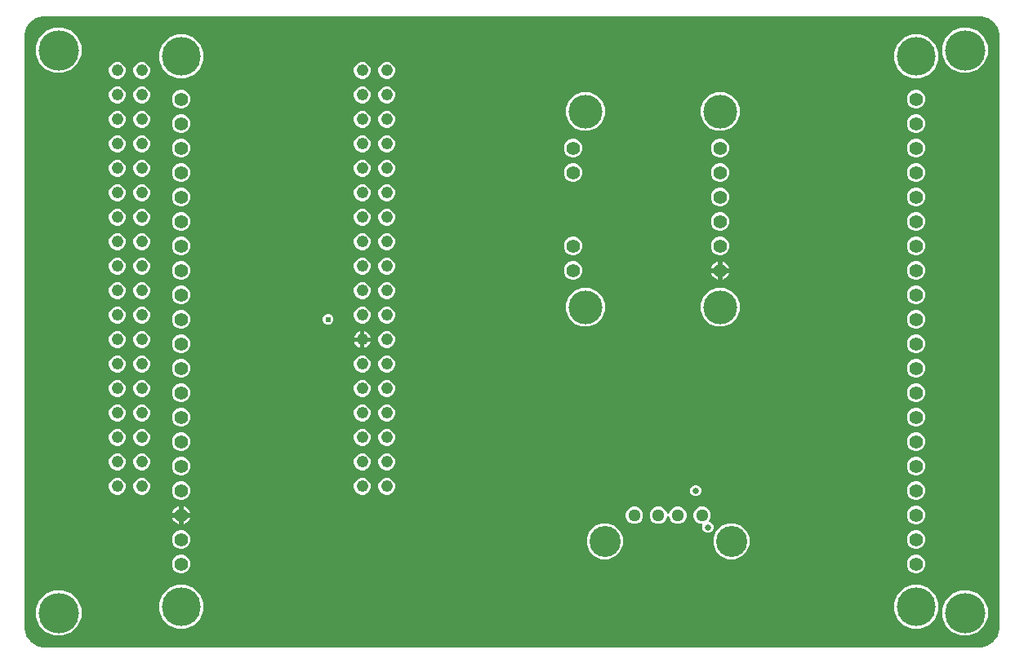
<source format=gbr>
G04 EAGLE Gerber RS-274X export*
G75*
%MOMM*%
%FSLAX34Y34*%
%LPD*%
%INCopper Layer 15*%
%IPPOS*%
%AMOC8*
5,1,8,0,0,1.08239X$1,22.5*%
G01*
%ADD10C,1.244600*%
%ADD11C,1.400000*%
%ADD12C,4.016000*%
%ADD13C,3.500000*%
%ADD14C,1.288000*%
%ADD15C,3.220000*%
%ADD16C,4.191000*%
%ADD17C,0.609600*%
%ADD18C,0.654800*%

G36*
X23906Y-10161D02*
X23906Y-10161D01*
X23970Y-10159D01*
X25234Y-10159D01*
X25255Y-10157D01*
X25344Y-10154D01*
X26318Y-10069D01*
X26318Y-10070D01*
X26430Y-10098D01*
X26540Y-10135D01*
X26584Y-10138D01*
X26626Y-10149D01*
X26787Y-10159D01*
X989213Y-10159D01*
X989257Y-10154D01*
X989300Y-10156D01*
X989414Y-10134D01*
X989529Y-10119D01*
X989569Y-10103D01*
X989613Y-10095D01*
X989669Y-10068D01*
X990656Y-10154D01*
X990677Y-10154D01*
X990766Y-10159D01*
X992015Y-10159D01*
X992032Y-10164D01*
X992131Y-10170D01*
X992151Y-10173D01*
X992164Y-10172D01*
X992193Y-10174D01*
X994355Y-10174D01*
X994440Y-10163D01*
X994525Y-10162D01*
X994660Y-10135D01*
X994670Y-10134D01*
X994674Y-10132D01*
X994683Y-10131D01*
X1001270Y-8366D01*
X1001401Y-8312D01*
X1001532Y-8263D01*
X1001554Y-8250D01*
X1001565Y-8245D01*
X1001581Y-8234D01*
X1001670Y-8179D01*
X1007256Y-4268D01*
X1007360Y-4173D01*
X1007467Y-4082D01*
X1007483Y-4062D01*
X1007492Y-4054D01*
X1007503Y-4038D01*
X1007568Y-3956D01*
X1011479Y1630D01*
X1011545Y1754D01*
X1011614Y1877D01*
X1011622Y1901D01*
X1011628Y1911D01*
X1011632Y1931D01*
X1011666Y2030D01*
X1013431Y8617D01*
X1013442Y8702D01*
X1013464Y8784D01*
X1013472Y8921D01*
X1013474Y8932D01*
X1013473Y8936D01*
X1013474Y8945D01*
X1013474Y11107D01*
X1013461Y11206D01*
X1013459Y11275D01*
X1013459Y12534D01*
X1013457Y12555D01*
X1013454Y12644D01*
X1013369Y13618D01*
X1013370Y13618D01*
X1013398Y13730D01*
X1013435Y13840D01*
X1013438Y13884D01*
X1013449Y13926D01*
X1013459Y14087D01*
X1013459Y620913D01*
X1013454Y620957D01*
X1013456Y621000D01*
X1013434Y621114D01*
X1013419Y621229D01*
X1013403Y621269D01*
X1013395Y621313D01*
X1013368Y621369D01*
X1013454Y622356D01*
X1013454Y622377D01*
X1013459Y622466D01*
X1013459Y623715D01*
X1013464Y623732D01*
X1013470Y623832D01*
X1013473Y623852D01*
X1013472Y623865D01*
X1013474Y623893D01*
X1013474Y626055D01*
X1013463Y626140D01*
X1013462Y626225D01*
X1013435Y626360D01*
X1013434Y626370D01*
X1013432Y626374D01*
X1013431Y626383D01*
X1011666Y632970D01*
X1011612Y633101D01*
X1011563Y633232D01*
X1011550Y633254D01*
X1011545Y633265D01*
X1011534Y633281D01*
X1011479Y633370D01*
X1007568Y638956D01*
X1007473Y639060D01*
X1007382Y639167D01*
X1007362Y639183D01*
X1007354Y639192D01*
X1007338Y639203D01*
X1007256Y639268D01*
X1001670Y643179D01*
X1001545Y643245D01*
X1001423Y643314D01*
X1001399Y643322D01*
X1001389Y643328D01*
X1001369Y643332D01*
X1001270Y643366D01*
X994683Y645131D01*
X994598Y645142D01*
X994515Y645164D01*
X994379Y645172D01*
X994368Y645174D01*
X994364Y645173D01*
X994355Y645174D01*
X992193Y645174D01*
X992094Y645161D01*
X992025Y645159D01*
X990766Y645159D01*
X990745Y645157D01*
X990656Y645154D01*
X989682Y645069D01*
X989682Y645070D01*
X989570Y645098D01*
X989460Y645135D01*
X989416Y645138D01*
X989374Y645149D01*
X989213Y645159D01*
X26787Y645159D01*
X26743Y645154D01*
X26700Y645156D01*
X26586Y645134D01*
X26471Y645119D01*
X26431Y645103D01*
X26387Y645095D01*
X26331Y645068D01*
X25344Y645154D01*
X25323Y645154D01*
X25234Y645159D01*
X23985Y645159D01*
X23968Y645164D01*
X23868Y645170D01*
X23848Y645173D01*
X23835Y645172D01*
X23807Y645174D01*
X21645Y645174D01*
X21560Y645163D01*
X21475Y645162D01*
X21340Y645135D01*
X21330Y645134D01*
X21326Y645132D01*
X21317Y645131D01*
X14730Y643366D01*
X14599Y643312D01*
X14468Y643263D01*
X14446Y643250D01*
X14435Y643245D01*
X14419Y643234D01*
X14330Y643179D01*
X8744Y639268D01*
X8640Y639173D01*
X8533Y639082D01*
X8517Y639062D01*
X8508Y639054D01*
X8497Y639038D01*
X8432Y638956D01*
X4521Y633370D01*
X4455Y633245D01*
X4386Y633123D01*
X4378Y633099D01*
X4372Y633089D01*
X4368Y633069D01*
X4334Y632970D01*
X2569Y626383D01*
X2558Y626298D01*
X2536Y626215D01*
X2528Y626079D01*
X2526Y626068D01*
X2527Y626064D01*
X2526Y626055D01*
X2526Y623893D01*
X2539Y623794D01*
X2541Y623725D01*
X2541Y622466D01*
X2543Y622445D01*
X2546Y622356D01*
X2631Y621382D01*
X2630Y621382D01*
X2602Y621270D01*
X2565Y621160D01*
X2562Y621116D01*
X2551Y621074D01*
X2541Y620913D01*
X2541Y14087D01*
X2546Y14043D01*
X2544Y14000D01*
X2566Y13886D01*
X2581Y13771D01*
X2597Y13731D01*
X2605Y13687D01*
X2632Y13631D01*
X2546Y12644D01*
X2546Y12623D01*
X2541Y12534D01*
X2541Y11285D01*
X2536Y11268D01*
X2530Y11168D01*
X2527Y11148D01*
X2528Y11135D01*
X2526Y11107D01*
X2526Y8945D01*
X2537Y8860D01*
X2538Y8775D01*
X2565Y8640D01*
X2566Y8630D01*
X2568Y8626D01*
X2569Y8617D01*
X4334Y2030D01*
X4388Y1899D01*
X4437Y1768D01*
X4450Y1746D01*
X4455Y1735D01*
X4466Y1719D01*
X4521Y1630D01*
X8432Y-3956D01*
X8527Y-4060D01*
X8618Y-4167D01*
X8638Y-4183D01*
X8646Y-4192D01*
X8662Y-4203D01*
X8744Y-4268D01*
X14330Y-8179D01*
X14455Y-8245D01*
X14577Y-8314D01*
X14601Y-8322D01*
X14611Y-8328D01*
X14631Y-8332D01*
X14730Y-8366D01*
X21317Y-10131D01*
X21402Y-10142D01*
X21485Y-10164D01*
X21621Y-10172D01*
X21632Y-10174D01*
X21636Y-10173D01*
X21645Y-10174D01*
X23807Y-10174D01*
X23906Y-10161D01*
G37*
%LPC*%
G36*
X973226Y586104D02*
X973226Y586104D01*
X964591Y589681D01*
X957981Y596291D01*
X954404Y604926D01*
X954404Y614274D01*
X957981Y622909D01*
X964591Y629519D01*
X973226Y633096D01*
X982574Y633096D01*
X991209Y629519D01*
X997819Y622909D01*
X1001396Y614274D01*
X1001396Y604926D01*
X997819Y596291D01*
X991209Y589681D01*
X982574Y586104D01*
X973226Y586104D01*
G37*
%LPD*%
%LPC*%
G36*
X33426Y586104D02*
X33426Y586104D01*
X24791Y589681D01*
X18181Y596291D01*
X14604Y604926D01*
X14604Y614274D01*
X18181Y622909D01*
X24791Y629519D01*
X33426Y633096D01*
X42774Y633096D01*
X51409Y629519D01*
X58019Y622909D01*
X61596Y614274D01*
X61596Y604926D01*
X58019Y596291D01*
X51409Y589681D01*
X42774Y586104D01*
X33426Y586104D01*
G37*
%LPD*%
%LPC*%
G36*
X973226Y1904D02*
X973226Y1904D01*
X964591Y5481D01*
X957981Y12091D01*
X954404Y20726D01*
X954404Y30074D01*
X957981Y38709D01*
X964591Y45319D01*
X973226Y48896D01*
X982574Y48896D01*
X991209Y45319D01*
X997819Y38709D01*
X1001396Y30074D01*
X1001396Y20726D01*
X997819Y12091D01*
X991209Y5481D01*
X982574Y1904D01*
X973226Y1904D01*
G37*
%LPD*%
%LPC*%
G36*
X33426Y1904D02*
X33426Y1904D01*
X24791Y5481D01*
X18181Y12091D01*
X14604Y20726D01*
X14604Y30074D01*
X18181Y38709D01*
X24791Y45319D01*
X33426Y48896D01*
X42774Y48896D01*
X51409Y45319D01*
X58019Y38709D01*
X61596Y30074D01*
X61596Y20726D01*
X58019Y12091D01*
X51409Y5481D01*
X42774Y1904D01*
X33426Y1904D01*
G37*
%LPD*%
%LPC*%
G36*
X922600Y580629D02*
X922600Y580629D01*
X914286Y584073D01*
X907923Y590436D01*
X904479Y598750D01*
X904479Y607750D01*
X907923Y616064D01*
X914286Y622427D01*
X922600Y625871D01*
X931600Y625871D01*
X939914Y622427D01*
X946277Y616064D01*
X949721Y607750D01*
X949721Y598750D01*
X946277Y590436D01*
X939914Y584073D01*
X931600Y580629D01*
X922600Y580629D01*
G37*
%LPD*%
%LPC*%
G36*
X160600Y580629D02*
X160600Y580629D01*
X152286Y584073D01*
X145923Y590436D01*
X142479Y598750D01*
X142479Y607750D01*
X145923Y616064D01*
X152286Y622427D01*
X160600Y625871D01*
X169600Y625871D01*
X177914Y622427D01*
X184277Y616064D01*
X187721Y607750D01*
X187721Y598750D01*
X184277Y590436D01*
X177914Y584073D01*
X169600Y580629D01*
X160600Y580629D01*
G37*
%LPD*%
%LPC*%
G36*
X160600Y9129D02*
X160600Y9129D01*
X152286Y12573D01*
X145923Y18936D01*
X142479Y27250D01*
X142479Y36250D01*
X145923Y44564D01*
X152286Y50927D01*
X160600Y54371D01*
X169600Y54371D01*
X177914Y50927D01*
X184277Y44564D01*
X187721Y36250D01*
X187721Y27250D01*
X184277Y18936D01*
X177914Y12573D01*
X169600Y9129D01*
X160600Y9129D01*
G37*
%LPD*%
%LPC*%
G36*
X922600Y9129D02*
X922600Y9129D01*
X914286Y12573D01*
X907923Y18936D01*
X904479Y27250D01*
X904479Y36250D01*
X907923Y44564D01*
X914286Y50927D01*
X922600Y54371D01*
X931600Y54371D01*
X939914Y50927D01*
X946277Y44564D01*
X949721Y36250D01*
X949721Y27250D01*
X946277Y18936D01*
X939914Y12573D01*
X931600Y9129D01*
X922600Y9129D01*
G37*
%LPD*%
%LPC*%
G36*
X719914Y322859D02*
X719914Y322859D01*
X712548Y325910D01*
X706910Y331548D01*
X703859Y338914D01*
X703859Y346886D01*
X706910Y354252D01*
X712548Y359890D01*
X719914Y362941D01*
X727886Y362941D01*
X735252Y359890D01*
X740890Y354252D01*
X743941Y346886D01*
X743941Y338914D01*
X740890Y331548D01*
X735252Y325910D01*
X727886Y322859D01*
X719914Y322859D01*
G37*
%LPD*%
%LPC*%
G36*
X580214Y322859D02*
X580214Y322859D01*
X572848Y325910D01*
X567210Y331548D01*
X564159Y338914D01*
X564159Y346886D01*
X567210Y354252D01*
X572848Y359890D01*
X580214Y362941D01*
X588186Y362941D01*
X595552Y359890D01*
X601190Y354252D01*
X604241Y346886D01*
X604241Y338914D01*
X601190Y331548D01*
X595552Y325910D01*
X588186Y322859D01*
X580214Y322859D01*
G37*
%LPD*%
%LPC*%
G36*
X719914Y526059D02*
X719914Y526059D01*
X712548Y529110D01*
X706910Y534748D01*
X703859Y542114D01*
X703859Y550086D01*
X706910Y557452D01*
X712548Y563090D01*
X719914Y566141D01*
X727886Y566141D01*
X735252Y563090D01*
X740890Y557452D01*
X743941Y550086D01*
X743941Y542114D01*
X740890Y534748D01*
X735252Y529110D01*
X727886Y526059D01*
X719914Y526059D01*
G37*
%LPD*%
%LPC*%
G36*
X580214Y526059D02*
X580214Y526059D01*
X572848Y529110D01*
X567210Y534748D01*
X564159Y542114D01*
X564159Y550086D01*
X567210Y557452D01*
X572848Y563090D01*
X580214Y566141D01*
X588186Y566141D01*
X595552Y563090D01*
X601190Y557452D01*
X604241Y550086D01*
X604241Y542114D01*
X601190Y534748D01*
X595552Y529110D01*
X588186Y526059D01*
X580214Y526059D01*
G37*
%LPD*%
%LPC*%
G36*
X600592Y81259D02*
X600592Y81259D01*
X593741Y84097D01*
X588497Y89341D01*
X585659Y96192D01*
X585659Y103608D01*
X588497Y110459D01*
X593741Y115703D01*
X600592Y118541D01*
X608008Y118541D01*
X614859Y115703D01*
X620103Y110459D01*
X622941Y103608D01*
X622941Y96192D01*
X620103Y89341D01*
X614859Y84097D01*
X608008Y81259D01*
X600592Y81259D01*
G37*
%LPD*%
%LPC*%
G36*
X731992Y81259D02*
X731992Y81259D01*
X725141Y84097D01*
X719897Y89341D01*
X717059Y96192D01*
X717059Y103608D01*
X719897Y110459D01*
X725141Y115703D01*
X731992Y118541D01*
X739408Y118541D01*
X746259Y115703D01*
X751503Y110459D01*
X754341Y103608D01*
X754341Y96192D01*
X751503Y89341D01*
X746259Y84097D01*
X739408Y81259D01*
X731992Y81259D01*
G37*
%LPD*%
%LPC*%
G36*
X658214Y118019D02*
X658214Y118019D01*
X654913Y119386D01*
X652386Y121913D01*
X651019Y125214D01*
X651019Y128786D01*
X652386Y132087D01*
X654913Y134614D01*
X658214Y135981D01*
X661786Y135981D01*
X665087Y134614D01*
X667614Y132087D01*
X668827Y129157D01*
X668896Y129036D01*
X668961Y128913D01*
X668975Y128898D01*
X668985Y128880D01*
X669082Y128780D01*
X669175Y128678D01*
X669192Y128667D01*
X669206Y128652D01*
X669324Y128579D01*
X669441Y128503D01*
X669460Y128496D01*
X669477Y128486D01*
X669610Y128445D01*
X669742Y128400D01*
X669762Y128398D01*
X669781Y128392D01*
X669920Y128386D01*
X670059Y128374D01*
X670079Y128378D01*
X670099Y128377D01*
X670235Y128405D01*
X670372Y128429D01*
X670390Y128437D01*
X670410Y128441D01*
X670536Y128503D01*
X670662Y128559D01*
X670678Y128572D01*
X670696Y128581D01*
X670802Y128672D01*
X670910Y128758D01*
X670923Y128774D01*
X670938Y128787D01*
X671018Y128902D01*
X671102Y129012D01*
X671114Y129037D01*
X671121Y129047D01*
X671128Y129067D01*
X671173Y129157D01*
X672386Y132087D01*
X674913Y134614D01*
X678214Y135981D01*
X681786Y135981D01*
X685087Y134614D01*
X687614Y132087D01*
X688981Y128786D01*
X688981Y125214D01*
X687614Y121913D01*
X685087Y119386D01*
X681786Y118019D01*
X678214Y118019D01*
X674913Y119386D01*
X672386Y121913D01*
X671173Y124843D01*
X671104Y124964D01*
X671039Y125087D01*
X671025Y125102D01*
X671015Y125120D01*
X670918Y125220D01*
X670825Y125322D01*
X670808Y125333D01*
X670794Y125348D01*
X670675Y125421D01*
X670559Y125497D01*
X670540Y125504D01*
X670523Y125514D01*
X670390Y125555D01*
X670258Y125600D01*
X670238Y125602D01*
X670219Y125608D01*
X670080Y125614D01*
X669941Y125626D01*
X669921Y125622D01*
X669901Y125623D01*
X669765Y125595D01*
X669628Y125571D01*
X669609Y125563D01*
X669590Y125559D01*
X669464Y125497D01*
X669338Y125441D01*
X669322Y125428D01*
X669304Y125419D01*
X669198Y125329D01*
X669090Y125242D01*
X669077Y125226D01*
X669062Y125213D01*
X668982Y125099D01*
X668898Y124988D01*
X668886Y124963D01*
X668879Y124953D01*
X668872Y124933D01*
X668827Y124843D01*
X667614Y121913D01*
X665087Y119386D01*
X661786Y118019D01*
X658214Y118019D01*
G37*
%LPD*%
%LPC*%
G36*
X710043Y108485D02*
X710043Y108485D01*
X707906Y109370D01*
X706270Y111006D01*
X705385Y113143D01*
X705385Y115457D01*
X705720Y116264D01*
X705733Y116312D01*
X705754Y116357D01*
X705775Y116465D01*
X705804Y116571D01*
X705805Y116621D01*
X705814Y116670D01*
X705807Y116779D01*
X705809Y116889D01*
X705797Y116937D01*
X705794Y116987D01*
X705760Y117091D01*
X705735Y117198D01*
X705711Y117242D01*
X705696Y117289D01*
X705637Y117382D01*
X705586Y117479D01*
X705553Y117516D01*
X705526Y117558D01*
X705446Y117633D01*
X705372Y117715D01*
X705331Y117742D01*
X705294Y117776D01*
X705198Y117829D01*
X705106Y117889D01*
X705059Y117906D01*
X705016Y117930D01*
X704910Y117957D01*
X704806Y117993D01*
X704756Y117997D01*
X704708Y118009D01*
X704547Y118019D01*
X703214Y118019D01*
X699913Y119386D01*
X697386Y121913D01*
X696019Y125214D01*
X696019Y128786D01*
X697386Y132087D01*
X699913Y134614D01*
X703214Y135981D01*
X706786Y135981D01*
X710087Y134614D01*
X712614Y132087D01*
X713981Y128786D01*
X713981Y125214D01*
X712614Y121913D01*
X712610Y121909D01*
X712580Y121870D01*
X712543Y121837D01*
X712482Y121745D01*
X712415Y121658D01*
X712395Y121612D01*
X712368Y121571D01*
X712332Y121467D01*
X712289Y121366D01*
X712281Y121317D01*
X712265Y121270D01*
X712256Y121161D01*
X712239Y121052D01*
X712244Y121003D01*
X712240Y120953D01*
X712258Y120845D01*
X712269Y120736D01*
X712285Y120689D01*
X712294Y120640D01*
X712339Y120539D01*
X712376Y120436D01*
X712404Y120395D01*
X712425Y120350D01*
X712493Y120264D01*
X712555Y120173D01*
X712592Y120140D01*
X712623Y120101D01*
X712711Y120035D01*
X712793Y119963D01*
X712837Y119940D01*
X712877Y119910D01*
X713022Y119839D01*
X714494Y119229D01*
X716130Y117594D01*
X717015Y115457D01*
X717015Y113143D01*
X716130Y111006D01*
X714494Y109370D01*
X712357Y108485D01*
X710043Y108485D01*
G37*
%LPD*%
%LPC*%
G36*
X163202Y92059D02*
X163202Y92059D01*
X159696Y93512D01*
X157012Y96196D01*
X155559Y99702D01*
X155559Y103498D01*
X157012Y107004D01*
X159696Y109688D01*
X163202Y111141D01*
X166998Y111141D01*
X170504Y109688D01*
X173188Y107004D01*
X174641Y103498D01*
X174641Y99702D01*
X173188Y96196D01*
X170504Y93512D01*
X166998Y92059D01*
X163202Y92059D01*
G37*
%LPD*%
%LPC*%
G36*
X925202Y66659D02*
X925202Y66659D01*
X921696Y68112D01*
X919012Y70796D01*
X917559Y74302D01*
X917559Y78098D01*
X919012Y81604D01*
X921696Y84288D01*
X925202Y85741D01*
X928998Y85741D01*
X932504Y84288D01*
X935188Y81604D01*
X936641Y78098D01*
X936641Y74302D01*
X935188Y70796D01*
X932504Y68112D01*
X928998Y66659D01*
X925202Y66659D01*
G37*
%LPD*%
%LPC*%
G36*
X925202Y396859D02*
X925202Y396859D01*
X921696Y398312D01*
X919012Y400996D01*
X917559Y404502D01*
X917559Y408298D01*
X919012Y411804D01*
X921696Y414488D01*
X925202Y415941D01*
X928998Y415941D01*
X932504Y414488D01*
X935188Y411804D01*
X936641Y408298D01*
X936641Y404502D01*
X935188Y400996D01*
X932504Y398312D01*
X928998Y396859D01*
X925202Y396859D01*
G37*
%LPD*%
%LPC*%
G36*
X722002Y396859D02*
X722002Y396859D01*
X718496Y398312D01*
X715812Y400996D01*
X714359Y404502D01*
X714359Y408298D01*
X715812Y411804D01*
X718496Y414488D01*
X722002Y415941D01*
X725798Y415941D01*
X729304Y414488D01*
X731988Y411804D01*
X733441Y408298D01*
X733441Y404502D01*
X731988Y400996D01*
X729304Y398312D01*
X725798Y396859D01*
X722002Y396859D01*
G37*
%LPD*%
%LPC*%
G36*
X569602Y396859D02*
X569602Y396859D01*
X566096Y398312D01*
X563412Y400996D01*
X561959Y404502D01*
X561959Y408298D01*
X563412Y411804D01*
X566096Y414488D01*
X569602Y415941D01*
X573398Y415941D01*
X576904Y414488D01*
X579588Y411804D01*
X581041Y408298D01*
X581041Y404502D01*
X579588Y400996D01*
X576904Y398312D01*
X573398Y396859D01*
X569602Y396859D01*
G37*
%LPD*%
%LPC*%
G36*
X163202Y396859D02*
X163202Y396859D01*
X159696Y398312D01*
X157012Y400996D01*
X155559Y404502D01*
X155559Y408298D01*
X157012Y411804D01*
X159696Y414488D01*
X163202Y415941D01*
X166998Y415941D01*
X170504Y414488D01*
X173188Y411804D01*
X174641Y408298D01*
X174641Y404502D01*
X173188Y400996D01*
X170504Y398312D01*
X166998Y396859D01*
X163202Y396859D01*
G37*
%LPD*%
%LPC*%
G36*
X163202Y66659D02*
X163202Y66659D01*
X159696Y68112D01*
X157012Y70796D01*
X155559Y74302D01*
X155559Y78098D01*
X157012Y81604D01*
X159696Y84288D01*
X163202Y85741D01*
X166998Y85741D01*
X170504Y84288D01*
X173188Y81604D01*
X174641Y78098D01*
X174641Y74302D01*
X173188Y70796D01*
X170504Y68112D01*
X166998Y66659D01*
X163202Y66659D01*
G37*
%LPD*%
%LPC*%
G36*
X925202Y371459D02*
X925202Y371459D01*
X921696Y372912D01*
X919012Y375596D01*
X917559Y379102D01*
X917559Y382898D01*
X919012Y386404D01*
X921696Y389088D01*
X925202Y390541D01*
X928998Y390541D01*
X932504Y389088D01*
X935188Y386404D01*
X936641Y382898D01*
X936641Y379102D01*
X935188Y375596D01*
X932504Y372912D01*
X928998Y371459D01*
X925202Y371459D01*
G37*
%LPD*%
%LPC*%
G36*
X925202Y549259D02*
X925202Y549259D01*
X921696Y550712D01*
X919012Y553396D01*
X917559Y556902D01*
X917559Y560698D01*
X919012Y564204D01*
X921696Y566888D01*
X925202Y568341D01*
X928998Y568341D01*
X932504Y566888D01*
X935188Y564204D01*
X936641Y560698D01*
X936641Y556902D01*
X935188Y553396D01*
X932504Y550712D01*
X928998Y549259D01*
X925202Y549259D01*
G37*
%LPD*%
%LPC*%
G36*
X163202Y549259D02*
X163202Y549259D01*
X159696Y550712D01*
X157012Y553396D01*
X155559Y556902D01*
X155559Y560698D01*
X157012Y564204D01*
X159696Y566888D01*
X163202Y568341D01*
X166998Y568341D01*
X170504Y566888D01*
X173188Y564204D01*
X174641Y560698D01*
X174641Y556902D01*
X173188Y553396D01*
X170504Y550712D01*
X166998Y549259D01*
X163202Y549259D01*
G37*
%LPD*%
%LPC*%
G36*
X569602Y371459D02*
X569602Y371459D01*
X566096Y372912D01*
X563412Y375596D01*
X561959Y379102D01*
X561959Y382898D01*
X563412Y386404D01*
X566096Y389088D01*
X569602Y390541D01*
X573398Y390541D01*
X576904Y389088D01*
X579588Y386404D01*
X581041Y382898D01*
X581041Y379102D01*
X579588Y375596D01*
X576904Y372912D01*
X573398Y371459D01*
X569602Y371459D01*
G37*
%LPD*%
%LPC*%
G36*
X722002Y473059D02*
X722002Y473059D01*
X718496Y474512D01*
X715812Y477196D01*
X714359Y480702D01*
X714359Y484498D01*
X715812Y488004D01*
X718496Y490688D01*
X722002Y492141D01*
X725798Y492141D01*
X729304Y490688D01*
X731988Y488004D01*
X733441Y484498D01*
X733441Y480702D01*
X731988Y477196D01*
X729304Y474512D01*
X725798Y473059D01*
X722002Y473059D01*
G37*
%LPD*%
%LPC*%
G36*
X163202Y371459D02*
X163202Y371459D01*
X159696Y372912D01*
X157012Y375596D01*
X155559Y379102D01*
X155559Y382898D01*
X157012Y386404D01*
X159696Y389088D01*
X163202Y390541D01*
X166998Y390541D01*
X170504Y389088D01*
X173188Y386404D01*
X174641Y382898D01*
X174641Y379102D01*
X173188Y375596D01*
X170504Y372912D01*
X166998Y371459D01*
X163202Y371459D01*
G37*
%LPD*%
%LPC*%
G36*
X163202Y295259D02*
X163202Y295259D01*
X159696Y296712D01*
X157012Y299396D01*
X155559Y302902D01*
X155559Y306698D01*
X157012Y310204D01*
X159696Y312888D01*
X163202Y314341D01*
X166998Y314341D01*
X170504Y312888D01*
X173188Y310204D01*
X174641Y306698D01*
X174641Y302902D01*
X173188Y299396D01*
X170504Y296712D01*
X166998Y295259D01*
X163202Y295259D01*
G37*
%LPD*%
%LPC*%
G36*
X925202Y523859D02*
X925202Y523859D01*
X921696Y525312D01*
X919012Y527996D01*
X917559Y531502D01*
X917559Y535298D01*
X919012Y538804D01*
X921696Y541488D01*
X925202Y542941D01*
X928998Y542941D01*
X932504Y541488D01*
X935188Y538804D01*
X936641Y535298D01*
X936641Y531502D01*
X935188Y527996D01*
X932504Y525312D01*
X928998Y523859D01*
X925202Y523859D01*
G37*
%LPD*%
%LPC*%
G36*
X163202Y523859D02*
X163202Y523859D01*
X159696Y525312D01*
X157012Y527996D01*
X155559Y531502D01*
X155559Y535298D01*
X157012Y538804D01*
X159696Y541488D01*
X163202Y542941D01*
X166998Y542941D01*
X170504Y541488D01*
X173188Y538804D01*
X174641Y535298D01*
X174641Y531502D01*
X173188Y527996D01*
X170504Y525312D01*
X166998Y523859D01*
X163202Y523859D01*
G37*
%LPD*%
%LPC*%
G36*
X925202Y346059D02*
X925202Y346059D01*
X921696Y347512D01*
X919012Y350196D01*
X917559Y353702D01*
X917559Y357498D01*
X919012Y361004D01*
X921696Y363688D01*
X925202Y365141D01*
X928998Y365141D01*
X932504Y363688D01*
X935188Y361004D01*
X936641Y357498D01*
X936641Y353702D01*
X935188Y350196D01*
X932504Y347512D01*
X928998Y346059D01*
X925202Y346059D01*
G37*
%LPD*%
%LPC*%
G36*
X163202Y346059D02*
X163202Y346059D01*
X159696Y347512D01*
X157012Y350196D01*
X155559Y353702D01*
X155559Y357498D01*
X157012Y361004D01*
X159696Y363688D01*
X163202Y365141D01*
X166998Y365141D01*
X170504Y363688D01*
X173188Y361004D01*
X174641Y357498D01*
X174641Y353702D01*
X173188Y350196D01*
X170504Y347512D01*
X166998Y346059D01*
X163202Y346059D01*
G37*
%LPD*%
%LPC*%
G36*
X925202Y320659D02*
X925202Y320659D01*
X921696Y322112D01*
X919012Y324796D01*
X917559Y328302D01*
X917559Y332098D01*
X919012Y335604D01*
X921696Y338288D01*
X925202Y339741D01*
X928998Y339741D01*
X932504Y338288D01*
X935188Y335604D01*
X936641Y332098D01*
X936641Y328302D01*
X935188Y324796D01*
X932504Y322112D01*
X928998Y320659D01*
X925202Y320659D01*
G37*
%LPD*%
%LPC*%
G36*
X163202Y320659D02*
X163202Y320659D01*
X159696Y322112D01*
X157012Y324796D01*
X155559Y328302D01*
X155559Y332098D01*
X157012Y335604D01*
X159696Y338288D01*
X163202Y339741D01*
X166998Y339741D01*
X170504Y338288D01*
X173188Y335604D01*
X174641Y332098D01*
X174641Y328302D01*
X173188Y324796D01*
X170504Y322112D01*
X166998Y320659D01*
X163202Y320659D01*
G37*
%LPD*%
%LPC*%
G36*
X925202Y498459D02*
X925202Y498459D01*
X921696Y499912D01*
X919012Y502596D01*
X917559Y506102D01*
X917559Y509898D01*
X919012Y513404D01*
X921696Y516088D01*
X925202Y517541D01*
X928998Y517541D01*
X932504Y516088D01*
X935188Y513404D01*
X936641Y509898D01*
X936641Y506102D01*
X935188Y502596D01*
X932504Y499912D01*
X928998Y498459D01*
X925202Y498459D01*
G37*
%LPD*%
%LPC*%
G36*
X722002Y498459D02*
X722002Y498459D01*
X718496Y499912D01*
X715812Y502596D01*
X714359Y506102D01*
X714359Y509898D01*
X715812Y513404D01*
X718496Y516088D01*
X722002Y517541D01*
X725798Y517541D01*
X729304Y516088D01*
X731988Y513404D01*
X733441Y509898D01*
X733441Y506102D01*
X731988Y502596D01*
X729304Y499912D01*
X725798Y498459D01*
X722002Y498459D01*
G37*
%LPD*%
%LPC*%
G36*
X569602Y498459D02*
X569602Y498459D01*
X566096Y499912D01*
X563412Y502596D01*
X561959Y506102D01*
X561959Y509898D01*
X563412Y513404D01*
X566096Y516088D01*
X569602Y517541D01*
X573398Y517541D01*
X576904Y516088D01*
X579588Y513404D01*
X581041Y509898D01*
X581041Y506102D01*
X579588Y502596D01*
X576904Y499912D01*
X573398Y498459D01*
X569602Y498459D01*
G37*
%LPD*%
%LPC*%
G36*
X163202Y498459D02*
X163202Y498459D01*
X159696Y499912D01*
X157012Y502596D01*
X155559Y506102D01*
X155559Y509898D01*
X157012Y513404D01*
X159696Y516088D01*
X163202Y517541D01*
X166998Y517541D01*
X170504Y516088D01*
X173188Y513404D01*
X174641Y509898D01*
X174641Y506102D01*
X173188Y502596D01*
X170504Y499912D01*
X166998Y498459D01*
X163202Y498459D01*
G37*
%LPD*%
%LPC*%
G36*
X925202Y295259D02*
X925202Y295259D01*
X921696Y296712D01*
X919012Y299396D01*
X917559Y302902D01*
X917559Y306698D01*
X919012Y310204D01*
X921696Y312888D01*
X925202Y314341D01*
X928998Y314341D01*
X932504Y312888D01*
X935188Y310204D01*
X936641Y306698D01*
X936641Y302902D01*
X935188Y299396D01*
X932504Y296712D01*
X928998Y295259D01*
X925202Y295259D01*
G37*
%LPD*%
%LPC*%
G36*
X925202Y269859D02*
X925202Y269859D01*
X921696Y271312D01*
X919012Y273996D01*
X917559Y277502D01*
X917559Y281298D01*
X919012Y284804D01*
X921696Y287488D01*
X925202Y288941D01*
X928998Y288941D01*
X932504Y287488D01*
X935188Y284804D01*
X936641Y281298D01*
X936641Y277502D01*
X935188Y273996D01*
X932504Y271312D01*
X928998Y269859D01*
X925202Y269859D01*
G37*
%LPD*%
%LPC*%
G36*
X163202Y269859D02*
X163202Y269859D01*
X159696Y271312D01*
X157012Y273996D01*
X155559Y277502D01*
X155559Y281298D01*
X157012Y284804D01*
X159696Y287488D01*
X163202Y288941D01*
X166998Y288941D01*
X170504Y287488D01*
X173188Y284804D01*
X174641Y281298D01*
X174641Y277502D01*
X173188Y273996D01*
X170504Y271312D01*
X166998Y269859D01*
X163202Y269859D01*
G37*
%LPD*%
%LPC*%
G36*
X925202Y244459D02*
X925202Y244459D01*
X921696Y245912D01*
X919012Y248596D01*
X917559Y252102D01*
X917559Y255898D01*
X919012Y259404D01*
X921696Y262088D01*
X925202Y263541D01*
X928998Y263541D01*
X932504Y262088D01*
X935188Y259404D01*
X936641Y255898D01*
X936641Y252102D01*
X935188Y248596D01*
X932504Y245912D01*
X928998Y244459D01*
X925202Y244459D01*
G37*
%LPD*%
%LPC*%
G36*
X925202Y473059D02*
X925202Y473059D01*
X921696Y474512D01*
X919012Y477196D01*
X917559Y480702D01*
X917559Y484498D01*
X919012Y488004D01*
X921696Y490688D01*
X925202Y492141D01*
X928998Y492141D01*
X932504Y490688D01*
X935188Y488004D01*
X936641Y484498D01*
X936641Y480702D01*
X935188Y477196D01*
X932504Y474512D01*
X928998Y473059D01*
X925202Y473059D01*
G37*
%LPD*%
%LPC*%
G36*
X163202Y244459D02*
X163202Y244459D01*
X159696Y245912D01*
X157012Y248596D01*
X155559Y252102D01*
X155559Y255898D01*
X157012Y259404D01*
X159696Y262088D01*
X163202Y263541D01*
X166998Y263541D01*
X170504Y262088D01*
X173188Y259404D01*
X174641Y255898D01*
X174641Y252102D01*
X173188Y248596D01*
X170504Y245912D01*
X166998Y244459D01*
X163202Y244459D01*
G37*
%LPD*%
%LPC*%
G36*
X569602Y473059D02*
X569602Y473059D01*
X566096Y474512D01*
X563412Y477196D01*
X561959Y480702D01*
X561959Y484498D01*
X563412Y488004D01*
X566096Y490688D01*
X569602Y492141D01*
X573398Y492141D01*
X576904Y490688D01*
X579588Y488004D01*
X581041Y484498D01*
X581041Y480702D01*
X579588Y477196D01*
X576904Y474512D01*
X573398Y473059D01*
X569602Y473059D01*
G37*
%LPD*%
%LPC*%
G36*
X163202Y473059D02*
X163202Y473059D01*
X159696Y474512D01*
X157012Y477196D01*
X155559Y480702D01*
X155559Y484498D01*
X157012Y488004D01*
X159696Y490688D01*
X163202Y492141D01*
X166998Y492141D01*
X170504Y490688D01*
X173188Y488004D01*
X174641Y484498D01*
X174641Y480702D01*
X173188Y477196D01*
X170504Y474512D01*
X166998Y473059D01*
X163202Y473059D01*
G37*
%LPD*%
%LPC*%
G36*
X925202Y219059D02*
X925202Y219059D01*
X921696Y220512D01*
X919012Y223196D01*
X917559Y226702D01*
X917559Y230498D01*
X919012Y234004D01*
X921696Y236688D01*
X925202Y238141D01*
X928998Y238141D01*
X932504Y236688D01*
X935188Y234004D01*
X936641Y230498D01*
X936641Y226702D01*
X935188Y223196D01*
X932504Y220512D01*
X928998Y219059D01*
X925202Y219059D01*
G37*
%LPD*%
%LPC*%
G36*
X163202Y219059D02*
X163202Y219059D01*
X159696Y220512D01*
X157012Y223196D01*
X155559Y226702D01*
X155559Y230498D01*
X157012Y234004D01*
X159696Y236688D01*
X163202Y238141D01*
X166998Y238141D01*
X170504Y236688D01*
X173188Y234004D01*
X174641Y230498D01*
X174641Y226702D01*
X173188Y223196D01*
X170504Y220512D01*
X166998Y219059D01*
X163202Y219059D01*
G37*
%LPD*%
%LPC*%
G36*
X925202Y193659D02*
X925202Y193659D01*
X921696Y195112D01*
X919012Y197796D01*
X917559Y201302D01*
X917559Y205098D01*
X919012Y208604D01*
X921696Y211288D01*
X925202Y212741D01*
X928998Y212741D01*
X932504Y211288D01*
X935188Y208604D01*
X936641Y205098D01*
X936641Y201302D01*
X935188Y197796D01*
X932504Y195112D01*
X928998Y193659D01*
X925202Y193659D01*
G37*
%LPD*%
%LPC*%
G36*
X163202Y193659D02*
X163202Y193659D01*
X159696Y195112D01*
X157012Y197796D01*
X155559Y201302D01*
X155559Y205098D01*
X157012Y208604D01*
X159696Y211288D01*
X163202Y212741D01*
X166998Y212741D01*
X170504Y211288D01*
X173188Y208604D01*
X174641Y205098D01*
X174641Y201302D01*
X173188Y197796D01*
X170504Y195112D01*
X166998Y193659D01*
X163202Y193659D01*
G37*
%LPD*%
%LPC*%
G36*
X925202Y447659D02*
X925202Y447659D01*
X921696Y449112D01*
X919012Y451796D01*
X917559Y455302D01*
X917559Y459098D01*
X919012Y462604D01*
X921696Y465288D01*
X925202Y466741D01*
X928998Y466741D01*
X932504Y465288D01*
X935188Y462604D01*
X936641Y459098D01*
X936641Y455302D01*
X935188Y451796D01*
X932504Y449112D01*
X928998Y447659D01*
X925202Y447659D01*
G37*
%LPD*%
%LPC*%
G36*
X722002Y447659D02*
X722002Y447659D01*
X718496Y449112D01*
X715812Y451796D01*
X714359Y455302D01*
X714359Y459098D01*
X715812Y462604D01*
X718496Y465288D01*
X722002Y466741D01*
X725798Y466741D01*
X729304Y465288D01*
X731988Y462604D01*
X733441Y459098D01*
X733441Y455302D01*
X731988Y451796D01*
X729304Y449112D01*
X725798Y447659D01*
X722002Y447659D01*
G37*
%LPD*%
%LPC*%
G36*
X163202Y447659D02*
X163202Y447659D01*
X159696Y449112D01*
X157012Y451796D01*
X155559Y455302D01*
X155559Y459098D01*
X157012Y462604D01*
X159696Y465288D01*
X163202Y466741D01*
X166998Y466741D01*
X170504Y465288D01*
X173188Y462604D01*
X174641Y459098D01*
X174641Y455302D01*
X173188Y451796D01*
X170504Y449112D01*
X166998Y447659D01*
X163202Y447659D01*
G37*
%LPD*%
%LPC*%
G36*
X925202Y168259D02*
X925202Y168259D01*
X921696Y169712D01*
X919012Y172396D01*
X917559Y175902D01*
X917559Y179698D01*
X919012Y183204D01*
X921696Y185888D01*
X925202Y187341D01*
X928998Y187341D01*
X932504Y185888D01*
X935188Y183204D01*
X936641Y179698D01*
X936641Y175902D01*
X935188Y172396D01*
X932504Y169712D01*
X928998Y168259D01*
X925202Y168259D01*
G37*
%LPD*%
%LPC*%
G36*
X163202Y168259D02*
X163202Y168259D01*
X159696Y169712D01*
X157012Y172396D01*
X155559Y175902D01*
X155559Y179698D01*
X157012Y183204D01*
X159696Y185888D01*
X163202Y187341D01*
X166998Y187341D01*
X170504Y185888D01*
X173188Y183204D01*
X174641Y179698D01*
X174641Y175902D01*
X173188Y172396D01*
X170504Y169712D01*
X166998Y168259D01*
X163202Y168259D01*
G37*
%LPD*%
%LPC*%
G36*
X925202Y142859D02*
X925202Y142859D01*
X921696Y144312D01*
X919012Y146996D01*
X917559Y150502D01*
X917559Y154298D01*
X919012Y157804D01*
X921696Y160488D01*
X925202Y161941D01*
X928998Y161941D01*
X932504Y160488D01*
X935188Y157804D01*
X936641Y154298D01*
X936641Y150502D01*
X935188Y146996D01*
X932504Y144312D01*
X928998Y142859D01*
X925202Y142859D01*
G37*
%LPD*%
%LPC*%
G36*
X163202Y142859D02*
X163202Y142859D01*
X159696Y144312D01*
X157012Y146996D01*
X155559Y150502D01*
X155559Y154298D01*
X157012Y157804D01*
X159696Y160488D01*
X163202Y161941D01*
X166998Y161941D01*
X170504Y160488D01*
X173188Y157804D01*
X174641Y154298D01*
X174641Y150502D01*
X173188Y146996D01*
X170504Y144312D01*
X166998Y142859D01*
X163202Y142859D01*
G37*
%LPD*%
%LPC*%
G36*
X925202Y422259D02*
X925202Y422259D01*
X921696Y423712D01*
X919012Y426396D01*
X917559Y429902D01*
X917559Y433698D01*
X919012Y437204D01*
X921696Y439888D01*
X925202Y441341D01*
X928998Y441341D01*
X932504Y439888D01*
X935188Y437204D01*
X936641Y433698D01*
X936641Y429902D01*
X935188Y426396D01*
X932504Y423712D01*
X928998Y422259D01*
X925202Y422259D01*
G37*
%LPD*%
%LPC*%
G36*
X722002Y422259D02*
X722002Y422259D01*
X718496Y423712D01*
X715812Y426396D01*
X714359Y429902D01*
X714359Y433698D01*
X715812Y437204D01*
X718496Y439888D01*
X722002Y441341D01*
X725798Y441341D01*
X729304Y439888D01*
X731988Y437204D01*
X733441Y433698D01*
X733441Y429902D01*
X731988Y426396D01*
X729304Y423712D01*
X725798Y422259D01*
X722002Y422259D01*
G37*
%LPD*%
%LPC*%
G36*
X163202Y422259D02*
X163202Y422259D01*
X159696Y423712D01*
X157012Y426396D01*
X155559Y429902D01*
X155559Y433698D01*
X157012Y437204D01*
X159696Y439888D01*
X163202Y441341D01*
X166998Y441341D01*
X170504Y439888D01*
X173188Y437204D01*
X174641Y433698D01*
X174641Y429902D01*
X173188Y426396D01*
X170504Y423712D01*
X166998Y422259D01*
X163202Y422259D01*
G37*
%LPD*%
%LPC*%
G36*
X925202Y117459D02*
X925202Y117459D01*
X921696Y118912D01*
X919012Y121596D01*
X917559Y125102D01*
X917559Y128898D01*
X919012Y132404D01*
X921696Y135088D01*
X925202Y136541D01*
X928998Y136541D01*
X932504Y135088D01*
X935188Y132404D01*
X936641Y128898D01*
X936641Y125102D01*
X935188Y121596D01*
X932504Y118912D01*
X928998Y117459D01*
X925202Y117459D01*
G37*
%LPD*%
%LPC*%
G36*
X925202Y92059D02*
X925202Y92059D01*
X921696Y93512D01*
X919012Y96196D01*
X917559Y99702D01*
X917559Y103498D01*
X919012Y107004D01*
X921696Y109688D01*
X925202Y111141D01*
X928998Y111141D01*
X932504Y109688D01*
X935188Y107004D01*
X936641Y103498D01*
X936641Y99702D01*
X935188Y96196D01*
X932504Y93512D01*
X928998Y92059D01*
X925202Y92059D01*
G37*
%LPD*%
%LPC*%
G36*
X633214Y118019D02*
X633214Y118019D01*
X629913Y119386D01*
X627386Y121913D01*
X626019Y125214D01*
X626019Y128786D01*
X627386Y132087D01*
X629913Y134614D01*
X633214Y135981D01*
X636786Y135981D01*
X640087Y134614D01*
X642614Y132087D01*
X643981Y128786D01*
X643981Y125214D01*
X642614Y121913D01*
X640087Y119386D01*
X636786Y118019D01*
X633214Y118019D01*
G37*
%LPD*%
%LPC*%
G36*
X97057Y579836D02*
X97057Y579836D01*
X93836Y581170D01*
X91370Y583636D01*
X90036Y586857D01*
X90036Y590343D01*
X91370Y593564D01*
X93836Y596030D01*
X97057Y597364D01*
X100543Y597364D01*
X103764Y596030D01*
X106230Y593564D01*
X107564Y590343D01*
X107564Y586857D01*
X106230Y583636D01*
X103764Y581170D01*
X100543Y579836D01*
X97057Y579836D01*
G37*
%LPD*%
%LPC*%
G36*
X376457Y579836D02*
X376457Y579836D01*
X373236Y581170D01*
X370770Y583636D01*
X369436Y586857D01*
X369436Y590343D01*
X370770Y593564D01*
X373236Y596030D01*
X376457Y597364D01*
X379943Y597364D01*
X383164Y596030D01*
X385630Y593564D01*
X386964Y590343D01*
X386964Y586857D01*
X385630Y583636D01*
X383164Y581170D01*
X379943Y579836D01*
X376457Y579836D01*
G37*
%LPD*%
%LPC*%
G36*
X351057Y579836D02*
X351057Y579836D01*
X347836Y581170D01*
X345370Y583636D01*
X344036Y586857D01*
X344036Y590343D01*
X345370Y593564D01*
X347836Y596030D01*
X351057Y597364D01*
X354543Y597364D01*
X357764Y596030D01*
X360230Y593564D01*
X361564Y590343D01*
X361564Y586857D01*
X360230Y583636D01*
X357764Y581170D01*
X354543Y579836D01*
X351057Y579836D01*
G37*
%LPD*%
%LPC*%
G36*
X376457Y554436D02*
X376457Y554436D01*
X373236Y555770D01*
X370770Y558236D01*
X369436Y561457D01*
X369436Y564943D01*
X370770Y568164D01*
X373236Y570630D01*
X376457Y571964D01*
X379943Y571964D01*
X383164Y570630D01*
X385630Y568164D01*
X386964Y564943D01*
X386964Y561457D01*
X385630Y558236D01*
X383164Y555770D01*
X379943Y554436D01*
X376457Y554436D01*
G37*
%LPD*%
%LPC*%
G36*
X351057Y554436D02*
X351057Y554436D01*
X347836Y555770D01*
X345370Y558236D01*
X344036Y561457D01*
X344036Y564943D01*
X345370Y568164D01*
X347836Y570630D01*
X351057Y571964D01*
X354543Y571964D01*
X357764Y570630D01*
X360230Y568164D01*
X361564Y564943D01*
X361564Y561457D01*
X360230Y558236D01*
X357764Y555770D01*
X354543Y554436D01*
X351057Y554436D01*
G37*
%LPD*%
%LPC*%
G36*
X122457Y554436D02*
X122457Y554436D01*
X119236Y555770D01*
X116770Y558236D01*
X115436Y561457D01*
X115436Y564943D01*
X116770Y568164D01*
X119236Y570630D01*
X122457Y571964D01*
X125943Y571964D01*
X129164Y570630D01*
X131630Y568164D01*
X132964Y564943D01*
X132964Y561457D01*
X131630Y558236D01*
X129164Y555770D01*
X125943Y554436D01*
X122457Y554436D01*
G37*
%LPD*%
%LPC*%
G36*
X97057Y554436D02*
X97057Y554436D01*
X93836Y555770D01*
X91370Y558236D01*
X90036Y561457D01*
X90036Y564943D01*
X91370Y568164D01*
X93836Y570630D01*
X97057Y571964D01*
X100543Y571964D01*
X103764Y570630D01*
X106230Y568164D01*
X107564Y564943D01*
X107564Y561457D01*
X106230Y558236D01*
X103764Y555770D01*
X100543Y554436D01*
X97057Y554436D01*
G37*
%LPD*%
%LPC*%
G36*
X376457Y529036D02*
X376457Y529036D01*
X373236Y530370D01*
X370770Y532836D01*
X369436Y536057D01*
X369436Y539543D01*
X370770Y542764D01*
X373236Y545230D01*
X376457Y546564D01*
X379943Y546564D01*
X383164Y545230D01*
X385630Y542764D01*
X386964Y539543D01*
X386964Y536057D01*
X385630Y532836D01*
X383164Y530370D01*
X379943Y529036D01*
X376457Y529036D01*
G37*
%LPD*%
%LPC*%
G36*
X122457Y529036D02*
X122457Y529036D01*
X119236Y530370D01*
X116770Y532836D01*
X115436Y536057D01*
X115436Y539543D01*
X116770Y542764D01*
X119236Y545230D01*
X122457Y546564D01*
X125943Y546564D01*
X129164Y545230D01*
X131630Y542764D01*
X132964Y539543D01*
X132964Y536057D01*
X131630Y532836D01*
X129164Y530370D01*
X125943Y529036D01*
X122457Y529036D01*
G37*
%LPD*%
%LPC*%
G36*
X97057Y529036D02*
X97057Y529036D01*
X93836Y530370D01*
X91370Y532836D01*
X90036Y536057D01*
X90036Y539543D01*
X91370Y542764D01*
X93836Y545230D01*
X97057Y546564D01*
X100543Y546564D01*
X103764Y545230D01*
X106230Y542764D01*
X107564Y539543D01*
X107564Y536057D01*
X106230Y532836D01*
X103764Y530370D01*
X100543Y529036D01*
X97057Y529036D01*
G37*
%LPD*%
%LPC*%
G36*
X376457Y503636D02*
X376457Y503636D01*
X373236Y504970D01*
X370770Y507436D01*
X369436Y510657D01*
X369436Y514143D01*
X370770Y517364D01*
X373236Y519830D01*
X376457Y521164D01*
X379943Y521164D01*
X383164Y519830D01*
X385630Y517364D01*
X386964Y514143D01*
X386964Y510657D01*
X385630Y507436D01*
X383164Y504970D01*
X379943Y503636D01*
X376457Y503636D01*
G37*
%LPD*%
%LPC*%
G36*
X351057Y503636D02*
X351057Y503636D01*
X347836Y504970D01*
X345370Y507436D01*
X344036Y510657D01*
X344036Y514143D01*
X345370Y517364D01*
X347836Y519830D01*
X351057Y521164D01*
X354543Y521164D01*
X357764Y519830D01*
X360230Y517364D01*
X361564Y514143D01*
X361564Y510657D01*
X360230Y507436D01*
X357764Y504970D01*
X354543Y503636D01*
X351057Y503636D01*
G37*
%LPD*%
%LPC*%
G36*
X122457Y503636D02*
X122457Y503636D01*
X119236Y504970D01*
X116770Y507436D01*
X115436Y510657D01*
X115436Y514143D01*
X116770Y517364D01*
X119236Y519830D01*
X122457Y521164D01*
X125943Y521164D01*
X129164Y519830D01*
X131630Y517364D01*
X132964Y514143D01*
X132964Y510657D01*
X131630Y507436D01*
X129164Y504970D01*
X125943Y503636D01*
X122457Y503636D01*
G37*
%LPD*%
%LPC*%
G36*
X97057Y503636D02*
X97057Y503636D01*
X93836Y504970D01*
X91370Y507436D01*
X90036Y510657D01*
X90036Y514143D01*
X91370Y517364D01*
X93836Y519830D01*
X97057Y521164D01*
X100543Y521164D01*
X103764Y519830D01*
X106230Y517364D01*
X107564Y514143D01*
X107564Y510657D01*
X106230Y507436D01*
X103764Y504970D01*
X100543Y503636D01*
X97057Y503636D01*
G37*
%LPD*%
%LPC*%
G36*
X376457Y478236D02*
X376457Y478236D01*
X373236Y479570D01*
X370770Y482036D01*
X369436Y485257D01*
X369436Y488743D01*
X370770Y491964D01*
X373236Y494430D01*
X376457Y495764D01*
X379943Y495764D01*
X383164Y494430D01*
X385630Y491964D01*
X386964Y488743D01*
X386964Y485257D01*
X385630Y482036D01*
X383164Y479570D01*
X379943Y478236D01*
X376457Y478236D01*
G37*
%LPD*%
%LPC*%
G36*
X351057Y478236D02*
X351057Y478236D01*
X347836Y479570D01*
X345370Y482036D01*
X344036Y485257D01*
X344036Y488743D01*
X345370Y491964D01*
X347836Y494430D01*
X351057Y495764D01*
X354543Y495764D01*
X357764Y494430D01*
X360230Y491964D01*
X361564Y488743D01*
X361564Y485257D01*
X360230Y482036D01*
X357764Y479570D01*
X354543Y478236D01*
X351057Y478236D01*
G37*
%LPD*%
%LPC*%
G36*
X122457Y478236D02*
X122457Y478236D01*
X119236Y479570D01*
X116770Y482036D01*
X115436Y485257D01*
X115436Y488743D01*
X116770Y491964D01*
X119236Y494430D01*
X122457Y495764D01*
X125943Y495764D01*
X129164Y494430D01*
X131630Y491964D01*
X132964Y488743D01*
X132964Y485257D01*
X131630Y482036D01*
X129164Y479570D01*
X125943Y478236D01*
X122457Y478236D01*
G37*
%LPD*%
%LPC*%
G36*
X97057Y478236D02*
X97057Y478236D01*
X93836Y479570D01*
X91370Y482036D01*
X90036Y485257D01*
X90036Y488743D01*
X91370Y491964D01*
X93836Y494430D01*
X97057Y495764D01*
X100543Y495764D01*
X103764Y494430D01*
X106230Y491964D01*
X107564Y488743D01*
X107564Y485257D01*
X106230Y482036D01*
X103764Y479570D01*
X100543Y478236D01*
X97057Y478236D01*
G37*
%LPD*%
%LPC*%
G36*
X351057Y529036D02*
X351057Y529036D01*
X347836Y530370D01*
X345370Y532836D01*
X344036Y536057D01*
X344036Y539543D01*
X345370Y542764D01*
X347836Y545230D01*
X351057Y546564D01*
X354543Y546564D01*
X357764Y545230D01*
X360230Y542764D01*
X361564Y539543D01*
X361564Y536057D01*
X360230Y532836D01*
X357764Y530370D01*
X354543Y529036D01*
X351057Y529036D01*
G37*
%LPD*%
%LPC*%
G36*
X376457Y452836D02*
X376457Y452836D01*
X373236Y454170D01*
X370770Y456636D01*
X369436Y459857D01*
X369436Y463343D01*
X370770Y466564D01*
X373236Y469030D01*
X376457Y470364D01*
X379943Y470364D01*
X383164Y469030D01*
X385630Y466564D01*
X386964Y463343D01*
X386964Y459857D01*
X385630Y456636D01*
X383164Y454170D01*
X379943Y452836D01*
X376457Y452836D01*
G37*
%LPD*%
%LPC*%
G36*
X351057Y452836D02*
X351057Y452836D01*
X347836Y454170D01*
X345370Y456636D01*
X344036Y459857D01*
X344036Y463343D01*
X345370Y466564D01*
X347836Y469030D01*
X351057Y470364D01*
X354543Y470364D01*
X357764Y469030D01*
X360230Y466564D01*
X361564Y463343D01*
X361564Y459857D01*
X360230Y456636D01*
X357764Y454170D01*
X354543Y452836D01*
X351057Y452836D01*
G37*
%LPD*%
%LPC*%
G36*
X122457Y452836D02*
X122457Y452836D01*
X119236Y454170D01*
X116770Y456636D01*
X115436Y459857D01*
X115436Y463343D01*
X116770Y466564D01*
X119236Y469030D01*
X122457Y470364D01*
X125943Y470364D01*
X129164Y469030D01*
X131630Y466564D01*
X132964Y463343D01*
X132964Y459857D01*
X131630Y456636D01*
X129164Y454170D01*
X125943Y452836D01*
X122457Y452836D01*
G37*
%LPD*%
%LPC*%
G36*
X97057Y452836D02*
X97057Y452836D01*
X93836Y454170D01*
X91370Y456636D01*
X90036Y459857D01*
X90036Y463343D01*
X91370Y466564D01*
X93836Y469030D01*
X97057Y470364D01*
X100543Y470364D01*
X103764Y469030D01*
X106230Y466564D01*
X107564Y463343D01*
X107564Y459857D01*
X106230Y456636D01*
X103764Y454170D01*
X100543Y452836D01*
X97057Y452836D01*
G37*
%LPD*%
%LPC*%
G36*
X376457Y427436D02*
X376457Y427436D01*
X373236Y428770D01*
X370770Y431236D01*
X369436Y434457D01*
X369436Y437943D01*
X370770Y441164D01*
X373236Y443630D01*
X376457Y444964D01*
X379943Y444964D01*
X383164Y443630D01*
X385630Y441164D01*
X386964Y437943D01*
X386964Y434457D01*
X385630Y431236D01*
X383164Y428770D01*
X379943Y427436D01*
X376457Y427436D01*
G37*
%LPD*%
%LPC*%
G36*
X351057Y427436D02*
X351057Y427436D01*
X347836Y428770D01*
X345370Y431236D01*
X344036Y434457D01*
X344036Y437943D01*
X345370Y441164D01*
X347836Y443630D01*
X351057Y444964D01*
X354543Y444964D01*
X357764Y443630D01*
X360230Y441164D01*
X361564Y437943D01*
X361564Y434457D01*
X360230Y431236D01*
X357764Y428770D01*
X354543Y427436D01*
X351057Y427436D01*
G37*
%LPD*%
%LPC*%
G36*
X122457Y427436D02*
X122457Y427436D01*
X119236Y428770D01*
X116770Y431236D01*
X115436Y434457D01*
X115436Y437943D01*
X116770Y441164D01*
X119236Y443630D01*
X122457Y444964D01*
X125943Y444964D01*
X129164Y443630D01*
X131630Y441164D01*
X132964Y437943D01*
X132964Y434457D01*
X131630Y431236D01*
X129164Y428770D01*
X125943Y427436D01*
X122457Y427436D01*
G37*
%LPD*%
%LPC*%
G36*
X97057Y427436D02*
X97057Y427436D01*
X93836Y428770D01*
X91370Y431236D01*
X90036Y434457D01*
X90036Y437943D01*
X91370Y441164D01*
X93836Y443630D01*
X97057Y444964D01*
X100543Y444964D01*
X103764Y443630D01*
X106230Y441164D01*
X107564Y437943D01*
X107564Y434457D01*
X106230Y431236D01*
X103764Y428770D01*
X100543Y427436D01*
X97057Y427436D01*
G37*
%LPD*%
%LPC*%
G36*
X376457Y402036D02*
X376457Y402036D01*
X373236Y403370D01*
X370770Y405836D01*
X369436Y409057D01*
X369436Y412543D01*
X370770Y415764D01*
X373236Y418230D01*
X376457Y419564D01*
X379943Y419564D01*
X383164Y418230D01*
X385630Y415764D01*
X386964Y412543D01*
X386964Y409057D01*
X385630Y405836D01*
X383164Y403370D01*
X379943Y402036D01*
X376457Y402036D01*
G37*
%LPD*%
%LPC*%
G36*
X351057Y402036D02*
X351057Y402036D01*
X347836Y403370D01*
X345370Y405836D01*
X344036Y409057D01*
X344036Y412543D01*
X345370Y415764D01*
X347836Y418230D01*
X351057Y419564D01*
X354543Y419564D01*
X357764Y418230D01*
X360230Y415764D01*
X361564Y412543D01*
X361564Y409057D01*
X360230Y405836D01*
X357764Y403370D01*
X354543Y402036D01*
X351057Y402036D01*
G37*
%LPD*%
%LPC*%
G36*
X122457Y402036D02*
X122457Y402036D01*
X119236Y403370D01*
X116770Y405836D01*
X115436Y409057D01*
X115436Y412543D01*
X116770Y415764D01*
X119236Y418230D01*
X122457Y419564D01*
X125943Y419564D01*
X129164Y418230D01*
X131630Y415764D01*
X132964Y412543D01*
X132964Y409057D01*
X131630Y405836D01*
X129164Y403370D01*
X125943Y402036D01*
X122457Y402036D01*
G37*
%LPD*%
%LPC*%
G36*
X97057Y402036D02*
X97057Y402036D01*
X93836Y403370D01*
X91370Y405836D01*
X90036Y409057D01*
X90036Y412543D01*
X91370Y415764D01*
X93836Y418230D01*
X97057Y419564D01*
X100543Y419564D01*
X103764Y418230D01*
X106230Y415764D01*
X107564Y412543D01*
X107564Y409057D01*
X106230Y405836D01*
X103764Y403370D01*
X100543Y402036D01*
X97057Y402036D01*
G37*
%LPD*%
%LPC*%
G36*
X122457Y376636D02*
X122457Y376636D01*
X119236Y377970D01*
X116770Y380436D01*
X115436Y383657D01*
X115436Y387143D01*
X116770Y390364D01*
X119236Y392830D01*
X122457Y394164D01*
X125943Y394164D01*
X129164Y392830D01*
X131630Y390364D01*
X132964Y387143D01*
X132964Y383657D01*
X131630Y380436D01*
X129164Y377970D01*
X125943Y376636D01*
X122457Y376636D01*
G37*
%LPD*%
%LPC*%
G36*
X122457Y275036D02*
X122457Y275036D01*
X119236Y276370D01*
X116770Y278836D01*
X115436Y282057D01*
X115436Y285543D01*
X116770Y288764D01*
X119236Y291230D01*
X122457Y292564D01*
X125943Y292564D01*
X129164Y291230D01*
X131630Y288764D01*
X132964Y285543D01*
X132964Y282057D01*
X131630Y278836D01*
X129164Y276370D01*
X125943Y275036D01*
X122457Y275036D01*
G37*
%LPD*%
%LPC*%
G36*
X97057Y275036D02*
X97057Y275036D01*
X93836Y276370D01*
X91370Y278836D01*
X90036Y282057D01*
X90036Y285543D01*
X91370Y288764D01*
X93836Y291230D01*
X97057Y292564D01*
X100543Y292564D01*
X103764Y291230D01*
X106230Y288764D01*
X107564Y285543D01*
X107564Y282057D01*
X106230Y278836D01*
X103764Y276370D01*
X100543Y275036D01*
X97057Y275036D01*
G37*
%LPD*%
%LPC*%
G36*
X351057Y325836D02*
X351057Y325836D01*
X347836Y327170D01*
X345370Y329636D01*
X344036Y332857D01*
X344036Y336343D01*
X345370Y339564D01*
X347836Y342030D01*
X351057Y343364D01*
X354543Y343364D01*
X357764Y342030D01*
X360230Y339564D01*
X361564Y336343D01*
X361564Y332857D01*
X360230Y329636D01*
X357764Y327170D01*
X354543Y325836D01*
X351057Y325836D01*
G37*
%LPD*%
%LPC*%
G36*
X122457Y325836D02*
X122457Y325836D01*
X119236Y327170D01*
X116770Y329636D01*
X115436Y332857D01*
X115436Y336343D01*
X116770Y339564D01*
X119236Y342030D01*
X122457Y343364D01*
X125943Y343364D01*
X129164Y342030D01*
X131630Y339564D01*
X132964Y336343D01*
X132964Y332857D01*
X131630Y329636D01*
X129164Y327170D01*
X125943Y325836D01*
X122457Y325836D01*
G37*
%LPD*%
%LPC*%
G36*
X376457Y249636D02*
X376457Y249636D01*
X373236Y250970D01*
X370770Y253436D01*
X369436Y256657D01*
X369436Y260143D01*
X370770Y263364D01*
X373236Y265830D01*
X376457Y267164D01*
X379943Y267164D01*
X383164Y265830D01*
X385630Y263364D01*
X386964Y260143D01*
X386964Y256657D01*
X385630Y253436D01*
X383164Y250970D01*
X379943Y249636D01*
X376457Y249636D01*
G37*
%LPD*%
%LPC*%
G36*
X351057Y249636D02*
X351057Y249636D01*
X347836Y250970D01*
X345370Y253436D01*
X344036Y256657D01*
X344036Y260143D01*
X345370Y263364D01*
X347836Y265830D01*
X351057Y267164D01*
X354543Y267164D01*
X357764Y265830D01*
X360230Y263364D01*
X361564Y260143D01*
X361564Y256657D01*
X360230Y253436D01*
X357764Y250970D01*
X354543Y249636D01*
X351057Y249636D01*
G37*
%LPD*%
%LPC*%
G36*
X122457Y249636D02*
X122457Y249636D01*
X119236Y250970D01*
X116770Y253436D01*
X115436Y256657D01*
X115436Y260143D01*
X116770Y263364D01*
X119236Y265830D01*
X122457Y267164D01*
X125943Y267164D01*
X129164Y265830D01*
X131630Y263364D01*
X132964Y260143D01*
X132964Y256657D01*
X131630Y253436D01*
X129164Y250970D01*
X125943Y249636D01*
X122457Y249636D01*
G37*
%LPD*%
%LPC*%
G36*
X97057Y249636D02*
X97057Y249636D01*
X93836Y250970D01*
X91370Y253436D01*
X90036Y256657D01*
X90036Y260143D01*
X91370Y263364D01*
X93836Y265830D01*
X97057Y267164D01*
X100543Y267164D01*
X103764Y265830D01*
X106230Y263364D01*
X107564Y260143D01*
X107564Y256657D01*
X106230Y253436D01*
X103764Y250970D01*
X100543Y249636D01*
X97057Y249636D01*
G37*
%LPD*%
%LPC*%
G36*
X97057Y325836D02*
X97057Y325836D01*
X93836Y327170D01*
X91370Y329636D01*
X90036Y332857D01*
X90036Y336343D01*
X91370Y339564D01*
X93836Y342030D01*
X97057Y343364D01*
X100543Y343364D01*
X103764Y342030D01*
X106230Y339564D01*
X107564Y336343D01*
X107564Y332857D01*
X106230Y329636D01*
X103764Y327170D01*
X100543Y325836D01*
X97057Y325836D01*
G37*
%LPD*%
%LPC*%
G36*
X122457Y351236D02*
X122457Y351236D01*
X119236Y352570D01*
X116770Y355036D01*
X115436Y358257D01*
X115436Y361743D01*
X116770Y364964D01*
X119236Y367430D01*
X122457Y368764D01*
X125943Y368764D01*
X129164Y367430D01*
X131630Y364964D01*
X132964Y361743D01*
X132964Y358257D01*
X131630Y355036D01*
X129164Y352570D01*
X125943Y351236D01*
X122457Y351236D01*
G37*
%LPD*%
%LPC*%
G36*
X376457Y224236D02*
X376457Y224236D01*
X373236Y225570D01*
X370770Y228036D01*
X369436Y231257D01*
X369436Y234743D01*
X370770Y237964D01*
X373236Y240430D01*
X376457Y241764D01*
X379943Y241764D01*
X383164Y240430D01*
X385630Y237964D01*
X386964Y234743D01*
X386964Y231257D01*
X385630Y228036D01*
X383164Y225570D01*
X379943Y224236D01*
X376457Y224236D01*
G37*
%LPD*%
%LPC*%
G36*
X351057Y224236D02*
X351057Y224236D01*
X347836Y225570D01*
X345370Y228036D01*
X344036Y231257D01*
X344036Y234743D01*
X345370Y237964D01*
X347836Y240430D01*
X351057Y241764D01*
X354543Y241764D01*
X357764Y240430D01*
X360230Y237964D01*
X361564Y234743D01*
X361564Y231257D01*
X360230Y228036D01*
X357764Y225570D01*
X354543Y224236D01*
X351057Y224236D01*
G37*
%LPD*%
%LPC*%
G36*
X122457Y224236D02*
X122457Y224236D01*
X119236Y225570D01*
X116770Y228036D01*
X115436Y231257D01*
X115436Y234743D01*
X116770Y237964D01*
X119236Y240430D01*
X122457Y241764D01*
X125943Y241764D01*
X129164Y240430D01*
X131630Y237964D01*
X132964Y234743D01*
X132964Y231257D01*
X131630Y228036D01*
X129164Y225570D01*
X125943Y224236D01*
X122457Y224236D01*
G37*
%LPD*%
%LPC*%
G36*
X97057Y224236D02*
X97057Y224236D01*
X93836Y225570D01*
X91370Y228036D01*
X90036Y231257D01*
X90036Y234743D01*
X91370Y237964D01*
X93836Y240430D01*
X97057Y241764D01*
X100543Y241764D01*
X103764Y240430D01*
X106230Y237964D01*
X107564Y234743D01*
X107564Y231257D01*
X106230Y228036D01*
X103764Y225570D01*
X100543Y224236D01*
X97057Y224236D01*
G37*
%LPD*%
%LPC*%
G36*
X351057Y351236D02*
X351057Y351236D01*
X347836Y352570D01*
X345370Y355036D01*
X344036Y358257D01*
X344036Y361743D01*
X345370Y364964D01*
X347836Y367430D01*
X351057Y368764D01*
X354543Y368764D01*
X357764Y367430D01*
X360230Y364964D01*
X361564Y361743D01*
X361564Y358257D01*
X360230Y355036D01*
X357764Y352570D01*
X354543Y351236D01*
X351057Y351236D01*
G37*
%LPD*%
%LPC*%
G36*
X376457Y351236D02*
X376457Y351236D01*
X373236Y352570D01*
X370770Y355036D01*
X369436Y358257D01*
X369436Y361743D01*
X370770Y364964D01*
X373236Y367430D01*
X376457Y368764D01*
X379943Y368764D01*
X383164Y367430D01*
X385630Y364964D01*
X386964Y361743D01*
X386964Y358257D01*
X385630Y355036D01*
X383164Y352570D01*
X379943Y351236D01*
X376457Y351236D01*
G37*
%LPD*%
%LPC*%
G36*
X351057Y198836D02*
X351057Y198836D01*
X347836Y200170D01*
X345370Y202636D01*
X344036Y205857D01*
X344036Y209343D01*
X345370Y212564D01*
X347836Y215030D01*
X351057Y216364D01*
X354543Y216364D01*
X357764Y215030D01*
X360230Y212564D01*
X361564Y209343D01*
X361564Y205857D01*
X360230Y202636D01*
X357764Y200170D01*
X354543Y198836D01*
X351057Y198836D01*
G37*
%LPD*%
%LPC*%
G36*
X122457Y198836D02*
X122457Y198836D01*
X119236Y200170D01*
X116770Y202636D01*
X115436Y205857D01*
X115436Y209343D01*
X116770Y212564D01*
X119236Y215030D01*
X122457Y216364D01*
X125943Y216364D01*
X129164Y215030D01*
X131630Y212564D01*
X132964Y209343D01*
X132964Y205857D01*
X131630Y202636D01*
X129164Y200170D01*
X125943Y198836D01*
X122457Y198836D01*
G37*
%LPD*%
%LPC*%
G36*
X97057Y198836D02*
X97057Y198836D01*
X93836Y200170D01*
X91370Y202636D01*
X90036Y205857D01*
X90036Y209343D01*
X91370Y212564D01*
X93836Y215030D01*
X97057Y216364D01*
X100543Y216364D01*
X103764Y215030D01*
X106230Y212564D01*
X107564Y209343D01*
X107564Y205857D01*
X106230Y202636D01*
X103764Y200170D01*
X100543Y198836D01*
X97057Y198836D01*
G37*
%LPD*%
%LPC*%
G36*
X376457Y300436D02*
X376457Y300436D01*
X373236Y301770D01*
X370770Y304236D01*
X369436Y307457D01*
X369436Y310943D01*
X370770Y314164D01*
X373236Y316630D01*
X376457Y317964D01*
X379943Y317964D01*
X383164Y316630D01*
X385630Y314164D01*
X386964Y310943D01*
X386964Y307457D01*
X385630Y304236D01*
X383164Y301770D01*
X379943Y300436D01*
X376457Y300436D01*
G37*
%LPD*%
%LPC*%
G36*
X122457Y300436D02*
X122457Y300436D01*
X119236Y301770D01*
X116770Y304236D01*
X115436Y307457D01*
X115436Y310943D01*
X116770Y314164D01*
X119236Y316630D01*
X122457Y317964D01*
X125943Y317964D01*
X129164Y316630D01*
X131630Y314164D01*
X132964Y310943D01*
X132964Y307457D01*
X131630Y304236D01*
X129164Y301770D01*
X125943Y300436D01*
X122457Y300436D01*
G37*
%LPD*%
%LPC*%
G36*
X376457Y173436D02*
X376457Y173436D01*
X373236Y174770D01*
X370770Y177236D01*
X369436Y180457D01*
X369436Y183943D01*
X370770Y187164D01*
X373236Y189630D01*
X376457Y190964D01*
X379943Y190964D01*
X383164Y189630D01*
X385630Y187164D01*
X386964Y183943D01*
X386964Y180457D01*
X385630Y177236D01*
X383164Y174770D01*
X379943Y173436D01*
X376457Y173436D01*
G37*
%LPD*%
%LPC*%
G36*
X351057Y173436D02*
X351057Y173436D01*
X347836Y174770D01*
X345370Y177236D01*
X344036Y180457D01*
X344036Y183943D01*
X345370Y187164D01*
X347836Y189630D01*
X351057Y190964D01*
X354543Y190964D01*
X357764Y189630D01*
X360230Y187164D01*
X361564Y183943D01*
X361564Y180457D01*
X360230Y177236D01*
X357764Y174770D01*
X354543Y173436D01*
X351057Y173436D01*
G37*
%LPD*%
%LPC*%
G36*
X122457Y173436D02*
X122457Y173436D01*
X119236Y174770D01*
X116770Y177236D01*
X115436Y180457D01*
X115436Y183943D01*
X116770Y187164D01*
X119236Y189630D01*
X122457Y190964D01*
X125943Y190964D01*
X129164Y189630D01*
X131630Y187164D01*
X132964Y183943D01*
X132964Y180457D01*
X131630Y177236D01*
X129164Y174770D01*
X125943Y173436D01*
X122457Y173436D01*
G37*
%LPD*%
%LPC*%
G36*
X97057Y173436D02*
X97057Y173436D01*
X93836Y174770D01*
X91370Y177236D01*
X90036Y180457D01*
X90036Y183943D01*
X91370Y187164D01*
X93836Y189630D01*
X97057Y190964D01*
X100543Y190964D01*
X103764Y189630D01*
X106230Y187164D01*
X107564Y183943D01*
X107564Y180457D01*
X106230Y177236D01*
X103764Y174770D01*
X100543Y173436D01*
X97057Y173436D01*
G37*
%LPD*%
%LPC*%
G36*
X97057Y300436D02*
X97057Y300436D01*
X93836Y301770D01*
X91370Y304236D01*
X90036Y307457D01*
X90036Y310943D01*
X91370Y314164D01*
X93836Y316630D01*
X97057Y317964D01*
X100543Y317964D01*
X103764Y316630D01*
X106230Y314164D01*
X107564Y310943D01*
X107564Y307457D01*
X106230Y304236D01*
X103764Y301770D01*
X100543Y300436D01*
X97057Y300436D01*
G37*
%LPD*%
%LPC*%
G36*
X376457Y148036D02*
X376457Y148036D01*
X373236Y149370D01*
X370770Y151836D01*
X369436Y155057D01*
X369436Y158543D01*
X370770Y161764D01*
X373236Y164230D01*
X376457Y165564D01*
X379943Y165564D01*
X383164Y164230D01*
X385630Y161764D01*
X386964Y158543D01*
X386964Y155057D01*
X385630Y151836D01*
X383164Y149370D01*
X379943Y148036D01*
X376457Y148036D01*
G37*
%LPD*%
%LPC*%
G36*
X351057Y148036D02*
X351057Y148036D01*
X347836Y149370D01*
X345370Y151836D01*
X344036Y155057D01*
X344036Y158543D01*
X345370Y161764D01*
X347836Y164230D01*
X351057Y165564D01*
X354543Y165564D01*
X357764Y164230D01*
X360230Y161764D01*
X361564Y158543D01*
X361564Y155057D01*
X360230Y151836D01*
X357764Y149370D01*
X354543Y148036D01*
X351057Y148036D01*
G37*
%LPD*%
%LPC*%
G36*
X122457Y148036D02*
X122457Y148036D01*
X119236Y149370D01*
X116770Y151836D01*
X115436Y155057D01*
X115436Y158543D01*
X116770Y161764D01*
X119236Y164230D01*
X122457Y165564D01*
X125943Y165564D01*
X129164Y164230D01*
X131630Y161764D01*
X132964Y158543D01*
X132964Y155057D01*
X131630Y151836D01*
X129164Y149370D01*
X125943Y148036D01*
X122457Y148036D01*
G37*
%LPD*%
%LPC*%
G36*
X97057Y148036D02*
X97057Y148036D01*
X93836Y149370D01*
X91370Y151836D01*
X90036Y155057D01*
X90036Y158543D01*
X91370Y161764D01*
X93836Y164230D01*
X97057Y165564D01*
X100543Y165564D01*
X103764Y164230D01*
X106230Y161764D01*
X107564Y158543D01*
X107564Y155057D01*
X106230Y151836D01*
X103764Y149370D01*
X100543Y148036D01*
X97057Y148036D01*
G37*
%LPD*%
%LPC*%
G36*
X376457Y325836D02*
X376457Y325836D01*
X373236Y327170D01*
X370770Y329636D01*
X369436Y332857D01*
X369436Y336343D01*
X370770Y339564D01*
X373236Y342030D01*
X376457Y343364D01*
X379943Y343364D01*
X383164Y342030D01*
X385630Y339564D01*
X386964Y336343D01*
X386964Y332857D01*
X385630Y329636D01*
X383164Y327170D01*
X379943Y325836D01*
X376457Y325836D01*
G37*
%LPD*%
%LPC*%
G36*
X376457Y198836D02*
X376457Y198836D01*
X373236Y200170D01*
X370770Y202636D01*
X369436Y205857D01*
X369436Y209343D01*
X370770Y212564D01*
X373236Y215030D01*
X376457Y216364D01*
X379943Y216364D01*
X383164Y215030D01*
X385630Y212564D01*
X386964Y209343D01*
X386964Y205857D01*
X385630Y202636D01*
X383164Y200170D01*
X379943Y198836D01*
X376457Y198836D01*
G37*
%LPD*%
%LPC*%
G36*
X97057Y351236D02*
X97057Y351236D01*
X93836Y352570D01*
X91370Y355036D01*
X90036Y358257D01*
X90036Y361743D01*
X91370Y364964D01*
X93836Y367430D01*
X97057Y368764D01*
X100543Y368764D01*
X103764Y367430D01*
X106230Y364964D01*
X107564Y361743D01*
X107564Y358257D01*
X106230Y355036D01*
X103764Y352570D01*
X100543Y351236D01*
X97057Y351236D01*
G37*
%LPD*%
%LPC*%
G36*
X122457Y579836D02*
X122457Y579836D01*
X119236Y581170D01*
X116770Y583636D01*
X115436Y586857D01*
X115436Y590343D01*
X116770Y593564D01*
X119236Y596030D01*
X122457Y597364D01*
X125943Y597364D01*
X129164Y596030D01*
X131630Y593564D01*
X132964Y590343D01*
X132964Y586857D01*
X131630Y583636D01*
X129164Y581170D01*
X125943Y579836D01*
X122457Y579836D01*
G37*
%LPD*%
%LPC*%
G36*
X376457Y275036D02*
X376457Y275036D01*
X373236Y276370D01*
X370770Y278836D01*
X369436Y282057D01*
X369436Y285543D01*
X370770Y288764D01*
X373236Y291230D01*
X376457Y292564D01*
X379943Y292564D01*
X383164Y291230D01*
X385630Y288764D01*
X386964Y285543D01*
X386964Y282057D01*
X385630Y278836D01*
X383164Y276370D01*
X379943Y275036D01*
X376457Y275036D01*
G37*
%LPD*%
%LPC*%
G36*
X351057Y275036D02*
X351057Y275036D01*
X347836Y276370D01*
X345370Y278836D01*
X344036Y282057D01*
X344036Y285543D01*
X345370Y288764D01*
X347836Y291230D01*
X351057Y292564D01*
X354543Y292564D01*
X357764Y291230D01*
X360230Y288764D01*
X361564Y285543D01*
X361564Y282057D01*
X360230Y278836D01*
X357764Y276370D01*
X354543Y275036D01*
X351057Y275036D01*
G37*
%LPD*%
%LPC*%
G36*
X351057Y376636D02*
X351057Y376636D01*
X347836Y377970D01*
X345370Y380436D01*
X344036Y383657D01*
X344036Y387143D01*
X345370Y390364D01*
X347836Y392830D01*
X351057Y394164D01*
X354543Y394164D01*
X357764Y392830D01*
X360230Y390364D01*
X361564Y387143D01*
X361564Y383657D01*
X360230Y380436D01*
X357764Y377970D01*
X354543Y376636D01*
X351057Y376636D01*
G37*
%LPD*%
%LPC*%
G36*
X376457Y376636D02*
X376457Y376636D01*
X373236Y377970D01*
X370770Y380436D01*
X369436Y383657D01*
X369436Y387143D01*
X370770Y390364D01*
X373236Y392830D01*
X376457Y394164D01*
X379943Y394164D01*
X383164Y392830D01*
X385630Y390364D01*
X386964Y387143D01*
X386964Y383657D01*
X385630Y380436D01*
X383164Y377970D01*
X379943Y376636D01*
X376457Y376636D01*
G37*
%LPD*%
%LPC*%
G36*
X97057Y376636D02*
X97057Y376636D01*
X93836Y377970D01*
X91370Y380436D01*
X90036Y383657D01*
X90036Y387143D01*
X91370Y390364D01*
X93836Y392830D01*
X97057Y394164D01*
X100543Y394164D01*
X103764Y392830D01*
X106230Y390364D01*
X107564Y387143D01*
X107564Y383657D01*
X106230Y380436D01*
X103764Y377970D01*
X100543Y376636D01*
X97057Y376636D01*
G37*
%LPD*%
%LPC*%
G36*
X697343Y146585D02*
X697343Y146585D01*
X695206Y147470D01*
X693570Y149106D01*
X692685Y151243D01*
X692685Y153557D01*
X693570Y155694D01*
X695206Y157330D01*
X697343Y158215D01*
X699657Y158215D01*
X701794Y157330D01*
X703430Y155694D01*
X704315Y153557D01*
X704315Y151243D01*
X703430Y149106D01*
X701794Y147470D01*
X699657Y146585D01*
X697343Y146585D01*
G37*
%LPD*%
%LPC*%
G36*
X316388Y324611D02*
X316388Y324611D01*
X314334Y325462D01*
X312762Y327034D01*
X311911Y329088D01*
X311911Y331312D01*
X312762Y333366D01*
X314334Y334938D01*
X316388Y335789D01*
X318612Y335789D01*
X320666Y334938D01*
X322238Y333366D01*
X323089Y331312D01*
X323089Y329088D01*
X322238Y327034D01*
X320666Y325462D01*
X318612Y324611D01*
X316388Y324611D01*
G37*
%LPD*%
%LPC*%
G36*
X726399Y383499D02*
X726399Y383499D01*
X726399Y390220D01*
X727562Y389842D01*
X728901Y389160D01*
X729652Y388614D01*
X730115Y388277D01*
X731177Y387215D01*
X732060Y386001D01*
X732742Y384662D01*
X733120Y383499D01*
X726399Y383499D01*
G37*
%LPD*%
%LPC*%
G36*
X167599Y129499D02*
X167599Y129499D01*
X167599Y136220D01*
X168762Y135842D01*
X170101Y135160D01*
X171315Y134277D01*
X172377Y133215D01*
X173260Y132001D01*
X173942Y130662D01*
X174320Y129499D01*
X167599Y129499D01*
G37*
%LPD*%
%LPC*%
G36*
X726399Y378501D02*
X726399Y378501D01*
X733120Y378501D01*
X732742Y377338D01*
X732060Y375999D01*
X731177Y374785D01*
X730115Y373723D01*
X728901Y372840D01*
X727562Y372158D01*
X726399Y371780D01*
X726399Y378501D01*
G37*
%LPD*%
%LPC*%
G36*
X167599Y124501D02*
X167599Y124501D01*
X174320Y124501D01*
X173942Y123338D01*
X173260Y121999D01*
X172377Y120785D01*
X171315Y119723D01*
X170101Y118840D01*
X168762Y118158D01*
X167599Y117780D01*
X167599Y124501D01*
G37*
%LPD*%
%LPC*%
G36*
X714680Y383499D02*
X714680Y383499D01*
X715058Y384662D01*
X715740Y386001D01*
X716623Y387215D01*
X717685Y388277D01*
X718899Y389160D01*
X720238Y389842D01*
X721401Y390220D01*
X721401Y383499D01*
X714680Y383499D01*
G37*
%LPD*%
%LPC*%
G36*
X155880Y129499D02*
X155880Y129499D01*
X156258Y130662D01*
X156940Y132001D01*
X157823Y133215D01*
X158885Y134277D01*
X160099Y135160D01*
X161438Y135842D01*
X162601Y136220D01*
X162601Y129499D01*
X155880Y129499D01*
G37*
%LPD*%
%LPC*%
G36*
X161438Y118158D02*
X161438Y118158D01*
X160099Y118840D01*
X158885Y119723D01*
X157823Y120785D01*
X156940Y121999D01*
X156258Y123338D01*
X155880Y124501D01*
X162601Y124501D01*
X162601Y117780D01*
X161438Y118158D01*
G37*
%LPD*%
%LPC*%
G36*
X720238Y372158D02*
X720238Y372158D01*
X718899Y372840D01*
X717685Y373723D01*
X716623Y374785D01*
X715740Y375999D01*
X715058Y377338D01*
X714680Y378501D01*
X721401Y378501D01*
X721401Y371780D01*
X720238Y372158D01*
G37*
%LPD*%
%LPC*%
G36*
X355022Y311422D02*
X355022Y311422D01*
X355022Y317693D01*
X355356Y317627D01*
X356951Y316966D01*
X358387Y316007D01*
X359607Y314787D01*
X360566Y313351D01*
X361227Y311756D01*
X361293Y311422D01*
X355022Y311422D01*
G37*
%LPD*%
%LPC*%
G36*
X355022Y306978D02*
X355022Y306978D01*
X361293Y306978D01*
X361227Y306644D01*
X360566Y305049D01*
X359607Y303613D01*
X358387Y302393D01*
X356951Y301434D01*
X355356Y300773D01*
X355022Y300707D01*
X355022Y306978D01*
G37*
%LPD*%
%LPC*%
G36*
X344307Y311422D02*
X344307Y311422D01*
X344373Y311756D01*
X345034Y313351D01*
X345993Y314787D01*
X347213Y316007D01*
X348649Y316966D01*
X350244Y317627D01*
X350578Y317693D01*
X350578Y311422D01*
X344307Y311422D01*
G37*
%LPD*%
%LPC*%
G36*
X350244Y300773D02*
X350244Y300773D01*
X348649Y301434D01*
X347213Y302393D01*
X345993Y303613D01*
X345034Y305049D01*
X344373Y306644D01*
X344307Y306978D01*
X350578Y306978D01*
X350578Y300707D01*
X350244Y300773D01*
G37*
%LPD*%
D10*
X98800Y588600D03*
X124200Y588600D03*
X98800Y563200D03*
X124200Y563200D03*
X98800Y537800D03*
X124200Y537800D03*
X98800Y512400D03*
X124200Y512400D03*
X98800Y487000D03*
X124200Y487000D03*
X98800Y461600D03*
X124200Y461600D03*
X98800Y436200D03*
X124200Y436200D03*
X98800Y410800D03*
X124200Y410800D03*
X98800Y385400D03*
X124200Y385400D03*
X98800Y360000D03*
X124200Y360000D03*
X98800Y334600D03*
X124200Y334600D03*
X98800Y309200D03*
X124200Y309200D03*
X98800Y283800D03*
X124200Y283800D03*
X98800Y258400D03*
X124200Y258400D03*
X98800Y233000D03*
X124200Y233000D03*
X98800Y207600D03*
X124200Y207600D03*
X98800Y182200D03*
X124200Y182200D03*
X98800Y156800D03*
X124200Y156800D03*
X352800Y588600D03*
X378200Y588600D03*
X352800Y563200D03*
X378200Y563200D03*
X352800Y537800D03*
X378200Y537800D03*
X352800Y512400D03*
X378200Y512400D03*
X352800Y487000D03*
X378200Y487000D03*
X352800Y461600D03*
X378200Y461600D03*
X352800Y436200D03*
X378200Y436200D03*
X352800Y410800D03*
X378200Y410800D03*
X352800Y385400D03*
X378200Y385400D03*
X352800Y360000D03*
X378200Y360000D03*
X352800Y334600D03*
X378200Y334600D03*
X352800Y309200D03*
X378200Y309200D03*
X352800Y283800D03*
X378200Y283800D03*
X352800Y258400D03*
X378200Y258400D03*
X352800Y233000D03*
X378200Y233000D03*
X352800Y207600D03*
X378200Y207600D03*
X352800Y182200D03*
X378200Y182200D03*
X352800Y156800D03*
X378200Y156800D03*
D11*
X927100Y76200D03*
X927100Y533400D03*
X927100Y508000D03*
X927100Y482600D03*
X927100Y457200D03*
X927100Y431800D03*
X927100Y406400D03*
X927100Y381000D03*
X927100Y355600D03*
X927100Y330200D03*
X927100Y304800D03*
X927100Y279400D03*
X927100Y254000D03*
X927100Y228600D03*
X927100Y203200D03*
X927100Y177800D03*
X927100Y152400D03*
X927100Y127000D03*
X927100Y101600D03*
X927100Y558800D03*
X165100Y76200D03*
X165100Y127000D03*
X165100Y152400D03*
X165100Y177800D03*
X165100Y203200D03*
X165100Y228600D03*
X165100Y254000D03*
X165100Y279400D03*
X165100Y304800D03*
X165100Y330200D03*
X165100Y355600D03*
X165100Y381000D03*
X165100Y406400D03*
X165100Y431800D03*
X165100Y457200D03*
X165100Y482600D03*
X165100Y508000D03*
X165100Y533400D03*
X165100Y101600D03*
X165100Y558800D03*
D12*
X165100Y31750D03*
X165100Y603250D03*
X927100Y31750D03*
X927100Y603250D03*
D11*
X723900Y381000D03*
X723900Y406400D03*
X723900Y431800D03*
X723900Y457200D03*
X723900Y482600D03*
X723900Y508000D03*
X571500Y508000D03*
X571500Y482600D03*
X571500Y381000D03*
X571500Y406400D03*
D13*
X584200Y342900D03*
X584200Y546100D03*
X723900Y342900D03*
X723900Y546100D03*
D14*
X635000Y127000D03*
X660000Y127000D03*
X680000Y127000D03*
X705000Y127000D03*
D15*
X604300Y99900D03*
X735700Y99900D03*
D16*
X38100Y25400D03*
X38100Y609600D03*
X977900Y609600D03*
X977900Y25400D03*
D17*
X317500Y304800D03*
D18*
X809577Y469900D03*
X809577Y406400D03*
D17*
X317500Y330200D03*
D18*
X711200Y114300D03*
X698500Y152400D03*
M02*

</source>
